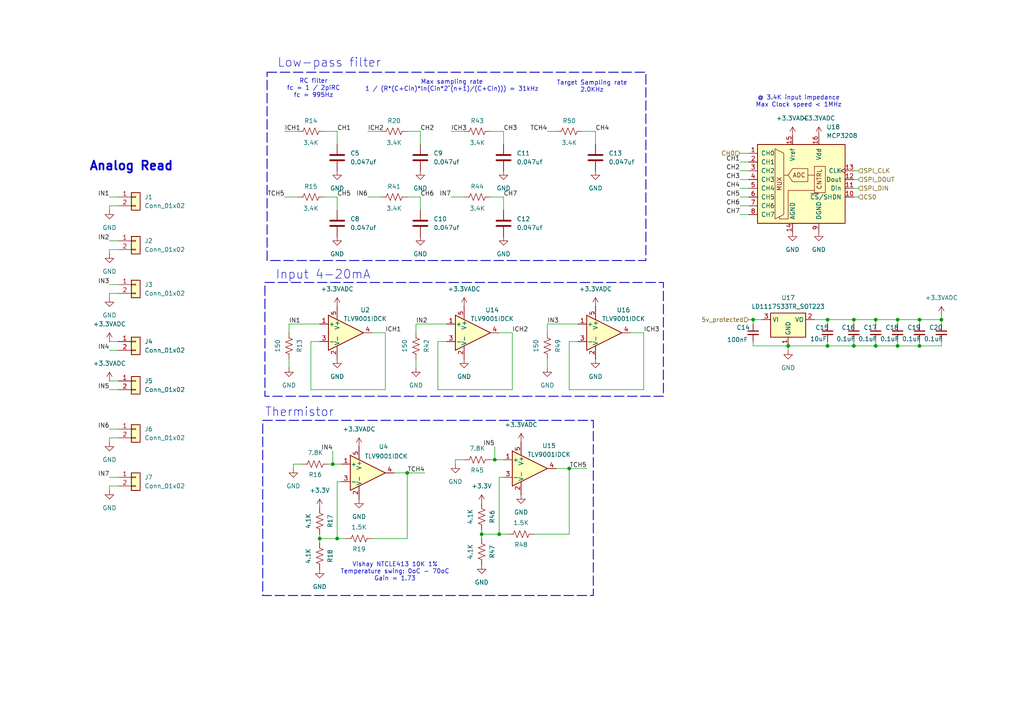
<source format=kicad_sch>
(kicad_sch (version 20231120) (generator "eeschema") (generator_version "8.0")
  (paper "A4")
  (title_block (title "BioReactify Master") (rev "400") (comment 1 "Controller & Measurement Board") (comment 2 "Alexis Saldivar"))
  (lib_symbols
    (symbol "Amplifier_Operational:TLV9001IDCK" (pin_names (offset 0.127))
      (property "Reference" "U" (at 7.62 2.54 0))
      (property "Value" "TLV9001IDCK" (at 11.43 -2.54 0))
      (symbol "TLV9001IDCK_0_1"
        (polyline (pts (xy -2.54 5.08) (xy -2.54 -5.08) (xy 7.62 0) (xy -2.54 5.08)) (stroke (width 0.254)) (fill (type background)))
      )
      (symbol "TLV9001IDCK_1_1"
        (pin input line (at -5.08 2.54 0) (length 2.54) (name "+") (number "1"))
        (pin power_in line (at 0 -7.62 90) (length 3.81) (name "V-") (number "2"))
        (pin input line (at -5.08 -2.54 0) (length 2.54) (name "-") (number "3"))
        (pin output line (at 10.16 0 180) (length 2.54) (name "~") (number "4"))
        (pin power_in line (at 0 7.62 270) (length 3.81) (name "V+") (number "5"))
      )
    )
    (symbol "Analog_ADC:MCP3208" (pin_names (offset 1.016))
      (property "Reference" "U" (at -5.08 13.335 0))
      (property "Value" "MCP3208" (at -5.08 11.43 0))
      (symbol "MCP3208_0_0"
        (text "ADC" (at -0.635 1.27 0) (effects (font (size 1.27 1.27))))
        (text "CNTRL" (at 5.969 -2.921 900) (effects (font (size 1.27 1.27)) (justify left bottom)))
        (text "MUX" (at -6.35 -1.27 900) (effects (font (size 1.27 1.27))))
      )
      (symbol "MCP3208_0_1"
        (polyline (pts (xy -3.81 1.27) (xy -5.08 1.27)))
        (polyline (pts (xy 1.905 1.27) (xy 3.81 1.27)))
        (polyline (pts (xy -7.62 8.89) (xy -7.62 -11.43) (xy -5.08 -10.16) (xy -5.08 7.62) (xy -7.62 8.89)))
        (polyline (pts (xy 3.81 -3.175) (xy -3.81 -3.175) (xy -3.81 -11.43) (xy -6.35 -11.43) (xy -6.35 -10.795)))
        (polyline (pts (xy 1.905 3.175) (xy 1.905 -0.635) (xy -2.54 -0.635) (xy -3.81 1.27) (xy -2.54 3.175) (xy 1.905 3.175)))
        (rectangle (start 3.81 -3.81) (end 6.985 3.81))
        (rectangle (start 12.7 -12.7) (end -12.7 10.16) (stroke (width 0.254)) (fill (type background)))
      )
      (symbol "MCP3208_1_1"
        (pin input line (at -15.24 7.62 0) (length 2.54) (name "CH0") (number "1"))
        (pin input line (at 15.24 -5.08 180) (length 2.54) (name "~{CS}/SHDN") (number "10"))
        (pin input line (at 15.24 -2.54 180) (length 2.54) (name "Din") (number "11"))
        (pin output line (at 15.24 0 180) (length 2.54) (name "Dout") (number "12"))
        (pin input clock (at 15.24 2.54 180) (length 2.54) (name "CLK") (number "13"))
        (pin power_in line (at -2.54 -15.24 90) (length 2.54) (name "AGND") (number "14"))
        (pin power_in line (at -2.54 12.7 270) (length 2.54) (name "Vref") (number "15"))
        (pin power_in line (at 5.08 12.7 270) (length 2.54) (name "Vdd") (number "16"))
        (pin input line (at -15.24 5.08 0) (length 2.54) (name "CH1") (number "2"))
        (pin input line (at -15.24 2.54 0) (length 2.54) (name "CH2") (number "3"))
        (pin input line (at -15.24 0 0) (length 2.54) (name "CH3") (number "4"))
        (pin input line (at -15.24 -2.54 0) (length 2.54) (name "CH4") (number "5"))
        (pin input line (at -15.24 -5.08 0) (length 2.54) (name "CH5") (number "6"))
        (pin input line (at -15.24 -7.62 0) (length 2.54) (name "CH6") (number "7"))
        (pin input line (at -15.24 -10.16 0) (length 2.54) (name "CH7") (number "8"))
        (pin power_in line (at 5.08 -15.24 90) (length 2.54) (name "DGND") (number "9"))
      )
    )
    (symbol "Connector_Generic:Conn_01x02" (pin_names (offset 1.016) hide)
      (property "Reference" "J" (at 0 2.54 0))
      (property "Value" "Conn_01x02" (at 0 -5.08 0))
      (symbol "Conn_01x02_1_1"
        (rectangle (start -1.27 -2.413) (end 0 -2.667) (stroke (width 0.1524)))
        (rectangle (start -1.27 0.127) (end 0 -0.127) (stroke (width 0.1524)))
        (rectangle (start -1.27 1.27) (end 1.27 -3.81) (stroke (width 0.254)) (fill (type background)))
        (pin passive line (at -5.08 0 0) (length 3.81) (name "Pin_1") (number "1"))
        (pin passive line (at -5.08 -2.54 0) (length 3.81) (name "Pin_2") (number "2"))
      )
    )
    (symbol "Device:C" (pin_numbers hide) (pin_names (offset 0.254))
      (property "Reference" "C" (at 0.635 2.54 0))
      (property "Value" "C" (at 0.635 -2.54 0))
      (symbol "C_0_1"
        (polyline (pts (xy -2.032 -0.762) (xy 2.032 -0.762)) (stroke (width 0.508)))
        (polyline (pts (xy -2.032 0.762) (xy 2.032 0.762)) (stroke (width 0.508)))
      )
      (symbol "C_1_1"
        (pin passive line (at 0 3.81 270) (length 2.794) (name "~") (number "1"))
        (pin passive line (at 0 -3.81 90) (length 2.794) (name "~") (number "2"))
      )
    )
    (symbol "Device:C_Small" (pin_numbers hide) (pin_names (offset 0.254) hide)
      (property "Reference" "C" (at 0.254 1.778 0))
      (property "Value" "C_Small" (at 0.254 -2.032 0))
      (symbol "C_Small_0_1"
        (polyline (pts (xy -1.524 -0.508) (xy 1.524 -0.508)) (stroke (width 0.3302)))
        (polyline (pts (xy -1.524 0.508) (xy 1.524 0.508)) (stroke (width 0.3048)))
      )
      (symbol "C_Small_1_1"
        (pin passive line (at 0 2.54 270) (length 2.032) (name "~") (number "1"))
        (pin passive line (at 0 -2.54 90) (length 2.032) (name "~") (number "2"))
      )
    )
    (symbol "Device:R_US" (pin_numbers hide) (pin_names (offset 0))
      (property "Reference" "R" (at 2.54 0 90))
      (property "Value" "R_US" (at -2.54 0 90))
      (symbol "R_US_0_1"
        (polyline (pts (xy 0 -2.286) (xy 0 -2.54)))
        (polyline (pts (xy 0 2.286) (xy 0 2.54)))
        (polyline (pts (xy 0 -0.762) (xy 1.016 -1.143) (xy 0 -1.524) (xy -1.016 -1.905) (xy 0 -2.286)))
        (polyline (pts (xy 0 0.762) (xy 1.016 0.381) (xy 0 0) (xy -1.016 -0.381) (xy 0 -0.762)))
        (polyline (pts (xy 0 2.286) (xy 1.016 1.905) (xy 0 1.524) (xy -1.016 1.143) (xy 0 0.762)))
      )
      (symbol "R_US_1_1"
        (pin passive line (at 0 3.81 270) (length 1.27) (name "~") (number "1"))
        (pin passive line (at 0 -3.81 90) (length 1.27) (name "~") (number "2"))
      )
    )
    (symbol "Regulator_Linear:LD1117S33TR_SOT223"
      (property "Reference" "U" (at -3.81 3.175 0))
      (property "Value" "LD1117S33TR_SOT223" (at 0 3.175 0))
      (symbol "LD1117S33TR_SOT223_0_1"
        (rectangle (start -5.08 -5.08) (end 5.08 1.905) (stroke (width 0.254)) (fill (type background)))
      )
      (symbol "LD1117S33TR_SOT223_1_1"
        (pin power_in line (at 0 -7.62 90) (length 2.54) (name "GND") (number "1"))
        (pin power_out line (at 7.62 0 180) (length 2.54) (name "VO") (number "2"))
        (pin power_in line (at -7.62 0 0) (length 2.54) (name "VI") (number "3"))
      )
    )
    (symbol "power:+3.3V" (power) (pin_numbers hide) (pin_names (offset 0) hide)
      (property "Value" "+3.3V" (at 0 3.556 0))
      (symbol "+3.3V_0_1"
        (polyline (pts (xy -0.762 1.27) (xy 0 2.54)))
        (polyline (pts (xy 0 0) (xy 0 2.54)))
        (polyline (pts (xy 0 2.54) (xy 0.762 1.27)))
      )
      (symbol "+3.3V_1_1"
        (pin power_in line (at 0 0 90) (length 0) (name "~") (number "1"))
      )
    )
    (symbol "power:+3.3VADC" (power) (pin_numbers hide) (pin_names (offset 0) hide)
      (property "Value" "+3.3VADC" (at 0 3.556 0))
      (symbol "+3.3VADC_0_0"
        (pin power_in line (at 0 0 90) (length 0) (name "~") (number "1"))
      )
      (symbol "+3.3VADC_0_1"
        (polyline (pts (xy -0.762 1.27) (xy 0 2.54)))
        (polyline (pts (xy 0 0) (xy 0 2.54)))
        (polyline (pts (xy 0 2.54) (xy 0.762 1.27)))
      )
    )
    (symbol "power:GND" (power) (pin_numbers hide) (pin_names (offset 0) hide)
      (property "Value" "GND" (at 0 -3.81 0))
      (symbol "GND_0_1"
        (polyline (pts (xy 0 0) (xy 0 -1.27) (xy 1.27 -1.27) (xy 0 -2.54) (xy -1.27 -1.27) (xy 0 -1.27)))
      )
      (symbol "GND_1_1"
        (pin power_in line (at 0 0 270) (length 0) (name "~") (number "1"))
      )
    )
  )
  (junction (at 144.78 154.94))
  (junction (at 143.51 133.35))
  (junction (at 266.7 100.33))
  (junction (at 266.7 92.71))
  (junction (at 247.65 100.33))
  (junction (at 260.35 100.33))
  (junction (at 228.6 100.33))
  (junction (at 165.1 135.89))
  (junction (at 92.71 156.21))
  (junction (at 254 100.33))
  (junction (at 139.7 154.94))
  (junction (at 96.52 134.62))
  (junction (at 118.11 137.16))
  (junction (at 218.44 92.71))
  (junction (at 240.03 100.33))
  (junction (at 247.65 92.71))
  (junction (at 273.05 92.71))
  (junction (at 240.03 92.71))
  (junction (at 254 92.71))
  (junction (at 260.35 92.71))
  (junction (at 97.79 156.21))
  (wire (pts (xy 31.75 69.85) (xy 34.29 69.85)))
  (wire (pts (xy 31.75 140.97) (xy 31.75 142.24)))
  (wire (pts (xy 92.71 156.21) (xy 92.71 157.48)))
  (wire (pts (xy 260.35 99.06) (xy 260.35 100.33)))
  (wire (pts (xy 120.65 93.98) (xy 129.54 93.98)))
  (wire (pts (xy 143.51 129.54) (xy 143.51 133.35)))
  (wire (pts (xy 260.35 92.71) (xy 260.35 93.98)))
  (wire (pts (xy 92.71 154.94) (xy 92.71 156.21)))
  (wire (pts (xy 254 100.33) (xy 260.35 100.33)))
  (wire (pts (xy 240.03 100.33) (xy 228.6 100.33)))
  (wire (pts (xy 273.05 99.06) (xy 273.05 100.33)))
  (wire (pts (xy 240.03 92.71) (xy 240.03 93.98)))
  (wire (pts (xy 240.03 99.06) (xy 240.03 100.33)))
  (wire (pts (xy 146.05 38.1) (xy 146.05 41.91)))
  (wire (pts (xy 93.98 57.15) (xy 97.79 57.15)))
  (wire (pts (xy 95.25 134.62) (xy 96.52 134.62)))
  (wire (pts (xy 254 92.71) (xy 254 93.98)))
  (wire (pts (xy 34.29 72.39) (xy 31.75 72.39)))
  (wire (pts (xy 107.95 96.52) (xy 111.76 96.52)))
  (wire (pts (xy 31.75 138.43) (xy 34.29 138.43)))
  (wire (pts (xy 240.03 92.71) (xy 247.65 92.71)))
  (wire (pts (xy 247.65 57.15) (xy 248.92 57.15)))
  (wire (pts (xy 273.05 91.44) (xy 273.05 92.71)))
  (wire (pts (xy 168.91 38.1) (xy 172.72 38.1)))
  (wire (pts (xy 161.29 135.89) (xy 165.1 135.89)))
  (wire (pts (xy 266.7 100.33) (xy 273.05 100.33)))
  (wire (pts (xy 254 99.06) (xy 254 100.33)))
  (wire (pts (xy 34.29 85.09) (xy 31.75 85.09)))
  (wire (pts (xy 97.79 57.15) (xy 97.79 60.96)))
  (wire (pts (xy 90.17 113.03) (xy 90.17 99.06)))
  (wire (pts (xy 31.75 99.06) (xy 34.29 99.06)))
  (wire (pts (xy 165.1 135.89) (xy 165.1 154.94)))
  (wire (pts (xy 214.63 62.23) (xy 217.17 62.23)))
  (wire (pts (xy 34.29 127) (xy 31.75 127)))
  (wire (pts (xy 247.65 92.71) (xy 254 92.71)))
  (wire (pts (xy 118.11 38.1) (xy 121.92 38.1)))
  (wire (pts (xy 214.63 49.53) (xy 217.17 49.53)))
  (wire (pts (xy 83.82 93.98) (xy 83.82 96.52)))
  (wire (pts (xy 127 99.06) (xy 129.54 99.06)))
  (wire (pts (xy 31.75 127) (xy 31.75 128.27)))
  (wire (pts (xy 106.68 57.15) (xy 110.49 57.15)))
  (wire (pts (xy 247.65 49.53) (xy 248.92 49.53)))
  (wire (pts (xy 31.75 124.46) (xy 34.29 124.46)))
  (wire (pts (xy 260.35 100.33) (xy 266.7 100.33)))
  (wire (pts (xy 83.82 104.14) (xy 83.82 106.68)))
  (wire (pts (xy 247.65 100.33) (xy 254 100.33)))
  (wire (pts (xy 247.65 99.06) (xy 247.65 100.33)))
  (wire (pts (xy 139.7 153.67) (xy 139.7 154.94)))
  (wire (pts (xy 34.29 101.6) (xy 31.75 101.6)))
  (wire (pts (xy 165.1 99.06) (xy 167.64 99.06)))
  (wire (pts (xy 31.75 85.09) (xy 31.75 86.36)))
  (wire (pts (xy 142.24 57.15) (xy 146.05 57.15)))
  (wire (pts (xy 97.79 156.21) (xy 97.79 139.7)))
  (wire (pts (xy 214.63 57.15) (xy 217.17 57.15)))
  (wire (pts (xy 127 113.03) (xy 127 99.06)))
  (wire (pts (xy 31.75 59.69) (xy 31.75 60.96)))
  (wire (pts (xy 182.88 96.52) (xy 186.69 96.52)))
  (wire (pts (xy 165.1 113.03) (xy 165.1 99.06)))
  (wire (pts (xy 266.7 92.71) (xy 266.7 93.98)))
  (wire (pts (xy 236.22 92.71) (xy 240.03 92.71)))
  (wire (pts (xy 165.1 135.89) (xy 170.18 135.89)))
  (wire (pts (xy 158.75 38.1) (xy 161.29 38.1)))
  (wire (pts (xy 34.29 113.03) (xy 31.75 113.03)))
  (wire (pts (xy 34.29 140.97) (xy 31.75 140.97)))
  (wire (pts (xy 186.69 96.52) (xy 186.69 113.03)))
  (wire (pts (xy 97.79 139.7) (xy 99.06 139.7)))
  (wire (pts (xy 142.24 133.35) (xy 143.51 133.35)))
  (wire (pts (xy 118.11 137.16) (xy 118.11 156.21)))
  (wire (pts (xy 247.65 54.61) (xy 248.92 54.61)))
  (wire (pts (xy 82.55 38.1) (xy 86.36 38.1)))
  (wire (pts (xy 96.52 134.62) (xy 99.06 134.62)))
  (wire (pts (xy 120.65 93.98) (xy 120.65 96.52)))
  (wire (pts (xy 93.98 38.1) (xy 97.79 38.1)))
  (wire (pts (xy 31.75 57.15) (xy 34.29 57.15)))
  (wire (pts (xy 134.62 133.35) (xy 132.08 133.35)))
  (wire (pts (xy 83.82 93.98) (xy 92.71 93.98)))
  (wire (pts (xy 118.11 156.21) (xy 107.95 156.21)))
  (wire (pts (xy 214.63 52.07) (xy 217.17 52.07)))
  (wire (pts (xy 247.65 92.71) (xy 247.65 93.98)))
  (wire (pts (xy 130.81 38.1) (xy 134.62 38.1)))
  (wire (pts (xy 228.6 100.33) (xy 228.6 101.6)))
  (wire (pts (xy 144.78 154.94) (xy 144.78 138.43)))
  (wire (pts (xy 254 92.71) (xy 260.35 92.71)))
  (wire (pts (xy 130.81 57.15) (xy 134.62 57.15)))
  (wire (pts (xy 114.3 137.16) (xy 118.11 137.16)))
  (wire (pts (xy 143.51 133.35) (xy 146.05 133.35)))
  (wire (pts (xy 121.92 38.1) (xy 121.92 41.91)))
  (wire (pts (xy 97.79 156.21) (xy 92.71 156.21)))
  (wire (pts (xy 100.33 156.21) (xy 97.79 156.21)))
  (wire (pts (xy 214.63 44.45) (xy 217.17 44.45)))
  (wire (pts (xy 148.59 113.03) (xy 127 113.03)))
  (wire (pts (xy 172.72 38.1) (xy 172.72 41.91)))
  (wire (pts (xy 165.1 154.94) (xy 154.94 154.94)))
  (wire (pts (xy 218.44 92.71) (xy 220.98 92.71)))
  (wire (pts (xy 96.52 130.81) (xy 96.52 134.62)))
  (wire (pts (xy 240.03 100.33) (xy 247.65 100.33)))
  (wire (pts (xy 120.65 104.14) (xy 120.65 106.68)))
  (wire (pts (xy 106.68 38.1) (xy 110.49 38.1)))
  (wire (pts (xy 266.7 92.71) (xy 273.05 92.71)))
  (wire (pts (xy 87.63 134.62) (xy 85.09 134.62)))
  (wire (pts (xy 247.65 52.07) (xy 248.92 52.07)))
  (wire (pts (xy 97.79 38.1) (xy 97.79 41.91)))
  (wire (pts (xy 31.75 72.39) (xy 31.75 73.66)))
  (wire (pts (xy 146.05 57.15) (xy 146.05 60.96)))
  (wire (pts (xy 132.08 133.35) (xy 132.08 134.62)))
  (wire (pts (xy 139.7 154.94) (xy 139.7 156.21)))
  (wire (pts (xy 111.76 113.03) (xy 90.17 113.03)))
  (wire (pts (xy 31.75 110.49) (xy 34.29 110.49)))
  (wire (pts (xy 142.24 38.1) (xy 146.05 38.1)))
  (wire (pts (xy 186.69 113.03) (xy 165.1 113.03)))
  (wire (pts (xy 31.75 82.55) (xy 34.29 82.55)))
  (wire (pts (xy 218.44 92.71) (xy 218.44 93.98)))
  (wire (pts (xy 260.35 92.71) (xy 266.7 92.71)))
  (wire (pts (xy 90.17 99.06) (xy 92.71 99.06)))
  (wire (pts (xy 111.76 96.52) (xy 111.76 113.03)))
  (wire (pts (xy 85.09 134.62) (xy 85.09 135.89)))
  (wire (pts (xy 144.78 96.52) (xy 148.59 96.52)))
  (wire (pts (xy 148.59 96.52) (xy 148.59 113.03)))
  (wire (pts (xy 121.92 57.15) (xy 121.92 60.96)))
  (wire (pts (xy 214.63 54.61) (xy 217.17 54.61)))
  (wire (pts (xy 217.17 92.71) (xy 218.44 92.71)))
  (wire (pts (xy 34.29 59.69) (xy 31.75 59.69)))
  (wire (pts (xy 158.75 93.98) (xy 167.64 93.98)))
  (wire (pts (xy 218.44 99.06) (xy 218.44 100.33)))
  (wire (pts (xy 158.75 104.14) (xy 158.75 106.68)))
  (wire (pts (xy 82.55 57.15) (xy 86.36 57.15)))
  (wire (pts (xy 214.63 46.99) (xy 217.17 46.99)))
  (wire (pts (xy 144.78 138.43) (xy 146.05 138.43)))
  (wire (pts (xy 158.75 93.98) (xy 158.75 96.52)))
  (wire (pts (xy 144.78 154.94) (xy 139.7 154.94)))
  (wire (pts (xy 273.05 92.71) (xy 273.05 93.98)))
  (wire (pts (xy 218.44 100.33) (xy 228.6 100.33)))
  (wire (pts (xy 214.63 59.69) (xy 217.17 59.69)))
  (wire (pts (xy 147.32 154.94) (xy 144.78 154.94)))
  (wire (pts (xy 266.7 99.06) (xy 266.7 100.33)))
  (wire (pts (xy 118.11 137.16) (xy 123.19 137.16)))
  (wire (pts (xy 118.11 57.15) (xy 121.92 57.15)))
  (rectangle (start 77.47 20.955) (end 187.325 75.565) (stroke (width 0.254) (type dash)))
  (rectangle (start 76.835 81.915) (end 192.405 114.935) (stroke (width 0.254) (type dash)))
  (rectangle (start 193.04 91.44) (end 193.04 91.44))
  (rectangle (start 76.2 121.92) (end 172.085 172.72) (stroke (width 0.254) (type dash)))
  (text "Target Sampling rate\n2.0KHz\n" (at 171.704 25.146 0) (effects (font (size 1.27 1.27))))
  (text "RC filter\nfc = 1 / 2piRC\nfc = 995Hz" (at 90.932 25.654 0) (effects (font (size 1.27 1.27))))
  (text "Low-pass filter" (at 95.504 18.288 0) (effects (font (size 2.54 2.54))))
  (text "Input 4-20mA\n" (at 93.726 79.756 0) (effects (font (size 2.54 2.54))))
  (text "Max sampling rate\n1 / (R*(C+Cin)*ln(Cin*2^(n+1)/(C+Cin))) = 31kHz" (at 131.064 24.892 0) (effects (font (size 1.27 1.27))))
  (text "Vishay NTCLE413 10K 1%\nTemperature swing: 0oC - 70oC\nGain = 1.73" (at 114.554 165.862 0) (effects (font (size 1.27 1.27))))
  (text "Thermistor" (at 86.868 119.634 0) (effects (font (size 2.54 2.54))))
  (text "@ 3.4K input impedance\nMax Clock speed < 1MHz\n" (at 231.648 29.464 0) (effects (font (size 1.27 1.27))))
  (text "Analog Read" (at 38.1 48.26 0) (effects (font (size 2.54 2.54) (thickness 0.508) (bold yes))))
  (label "IN3" (at 31.75 82.55 180))
  (label "CH3" (at 214.63 52.07 180))
  (label "CH4" (at 172.72 38.1 0))
  (label "CH4" (at 214.63 54.61 180))
  (label "CH7" (at 146.05 57.15 0))
  (label "IN5" (at 143.51 129.54 180))
  (label "ICH2" (at 148.59 96.52 0))
  (label "CH5" (at 214.63 57.15 180))
  (label "CH3" (at 146.05 38.1 0))
  (label "IN3" (at 158.75 93.98 0))
  (label "IN4" (at 96.52 130.81 180))
  (label "CH6" (at 121.92 57.15 0))
  (label "CH1" (at 214.63 46.99 180))
  (label "ICH3" (at 130.81 38.1 0))
  (label "CH6" (at 214.63 59.69 180))
  (label "TCH4" (at 158.75 38.1 180))
  (label "IN6" (at 31.75 124.46 180))
  (label "TCH5" (at 170.18 135.89 180))
  (label "IN1" (at 83.82 93.98 0))
  (label "IN5" (at 31.75 113.03 180))
  (label "ICH3" (at 186.69 96.52 0))
  (label "CH5" (at 97.79 57.15 0))
  (label "IN7" (at 31.75 138.43 180))
  (label "IN7" (at 130.81 57.15 180))
  (label "CH2" (at 214.63 49.53 180))
  (label "TCH5" (at 82.55 57.15 180))
  (label "CH1" (at 97.79 38.1 0))
  (label "IN2" (at 120.65 93.98 0))
  (label "CH7" (at 214.63 62.23 180))
  (label "IN4" (at 31.75 101.6 180))
  (label "ICH2" (at 106.68 38.1 0))
  (label "IN1" (at 31.75 57.15 180))
  (label "ICH1" (at 82.55 38.1 0))
  (label "IN6" (at 106.68 57.15 180))
  (label "CH2" (at 121.92 38.1 0))
  (label "IN2" (at 31.75 69.85 180))
  (label "ICH1" (at 111.76 96.52 0))
  (label "TCH4" (at 123.19 137.16 180))
  (hierarchical_label "SPI_CLK" (shape input) (at 248.92 49.53 0))
  (hierarchical_label "CH0" (shape input) (at 214.63 44.45 180))
  (hierarchical_label "CS0" (shape input) (at 248.92 57.15 0))
  (hierarchical_label "SPI_DIN" (shape input) (at 248.92 54.61 0))
  (hierarchical_label "SPI_DOUT" (shape input) (at 248.92 52.07 0))
  (hierarchical_label "5v_protected" (shape input) (at 217.17 92.71 180))
  (symbol (lib_id "Device:C") (at 146.05 64.77 0) (unit 1)
    (property "Reference" "C12" (at 149.86 63.4999 0) (effects (justify left)))
    (property "Value" "0.047uf" (at 149.86 66.0399 0) (effects (justify left)))
    (property "Footprint" "Capacitor_SMD:C_0603_1608Metric" (effects (hide yes)))
    (property "Description" "Unpolarized capacitor" (effects (hide yes)))
  )
  (symbol (lib_id "Device:R_US") (at 120.65 100.33 180) (unit 1)
    (property "Reference" "R42" (at 123.698 100.33 90))
    (property "Value" "150" (at 117.348 100.33 90))
    (property "Footprint" "Resistor_SMD:R_0603_1608Metric_Pad0.98x0.95mm_HandSolder" (effects (hide yes)))
    (property "Description" "Resistor, US symbol" (effects (hide yes)))
  )
  (symbol (lib_id "Amplifier_Operational:TLV9001IDCK") (at 97.79 96.52 0) (unit 1)
    (property "Reference" "U2" (at 105.918 89.916 0))
    (property "Value" "TLV9001IDCK" (at 105.918 92.456 0))
    (property "Footprint" "Package_TO_SOT_SMD:SOT-353_SC-70-5" (effects (hide yes)))
    (property "Datasheet" "https://www.ti.com/lit/ds/symlink/tlv9001.pdf" (effects (hide yes)))
    (property "Description" "Low-power, Rail-to-Rail, 1MHz Operational Amplifier, SOT-353" (effects (hide yes)))
  )
  (symbol (lib_id "power:+3.3VADC") (at 134.62 88.9 0) (unit 1)
    (property "Reference" "#PWR067" (effects (hide yes)))
    (property "Value" "+3.3VADC" (at 134.62 83.82 0))
    (property "Description" "Power symbol creates a global label with name \"+3.3VADC\"" (effects (hide yes)))
  )
  (symbol (lib_id "Device:R_US") (at 90.17 57.15 270) (unit 1)
    (property "Reference" "R15" (at 90.17 54.102 90))
    (property "Value" "3.4K" (at 90.17 60.452 90))
    (property "Footprint" "Resistor_SMD:R_0603_1608Metric_Pad0.98x0.95mm_HandSolder" (effects (hide yes)))
    (property "Description" "Resistor, US symbol" (effects (hide yes)))
  )
  (symbol (lib_id "Device:C") (at 121.92 45.72 0) (unit 1)
    (property "Reference" "C9" (at 125.73 44.4499 0) (effects (justify left)))
    (property "Value" "0.047uf" (at 125.73 46.9899 0) (effects (justify left)))
    (property "Footprint" "Capacitor_SMD:C_0603_1608Metric" (effects (hide yes)))
    (property "Description" "Unpolarized capacitor" (effects (hide yes)))
  )
  (symbol (lib_id "power:GND") (at 104.14 144.78 0) (unit 1)
    (property "Reference" "#PWR056" (effects (hide yes)))
    (property "Value" "GND" (at 104.14 149.86 0))
    (property "Description" "Power symbol creates a global label with name \"GND\" , ground" (effects (hide yes)))
  )
  (symbol (lib_id "Connector_Generic:Conn_01x02") (at 39.37 57.15 0) (unit 1)
    (property "Reference" "J1" (at 41.91 57.1499 0) (effects (justify left)))
    (property "Value" "Conn_01x02" (at 41.91 59.6899 0) (effects (justify left)))
    (property "Footprint" "Connector_Phoenix_MC:PhoenixContact_MC_1,5_2-G-3.81_1x02_P3.81mm_Horizontal" (effects (hide yes)))
    (property "Description" "Generic connector, single row, 01x02, script generated (kicad-library-utils/schlib/autogen/connector/)" (effects (hide yes)))
  )
  (symbol (lib_id "Connector_Generic:Conn_01x02") (at 39.37 110.49 0) (unit 1)
    (property "Reference" "J5" (at 41.91 110.4899 0) (effects (justify left)))
    (property "Value" "Conn_01x02" (at 41.91 113.0299 0) (effects (justify left)))
    (property "Footprint" "Connector_Phoenix_MC:PhoenixContact_MC_1,5_2-G-3.81_1x02_P3.81mm_Horizontal" (effects (hide yes)))
    (property "Description" "Generic connector, single row, 01x02, script generated (kicad-library-utils/schlib/autogen/connector/)" (effects (hide yes)))
  )
  (symbol (lib_id "power:+3.3VADC") (at 31.75 99.06 0) (unit 1)
    (property "Reference" "#PWR022" (effects (hide yes)))
    (property "Value" "+3.3VADC" (at 31.75 93.98 0))
    (property "Description" "Power symbol creates a global label with name \"+3.3VADC\"" (effects (hide yes)))
  )
  (symbol (lib_id "power:GND") (at 146.05 68.58 0) (unit 1)
    (property "Reference" "#PWR089" (effects (hide yes)))
    (property "Value" "GND" (at 146.05 73.66 0))
    (property "Description" "Power symbol creates a global label with name \"GND\" , ground" (effects (hide yes)))
  )
  (symbol (lib_id "Device:R_US") (at 138.43 57.15 270) (unit 1)
    (property "Reference" "R44" (at 138.43 54.102 90))
    (property "Value" "3.4K" (at 138.43 60.452 90))
    (property "Footprint" "Resistor_SMD:R_0603_1608Metric_Pad0.98x0.95mm_HandSolder" (effects (hide yes)))
    (property "Description" "Resistor, US symbol" (effects (hide yes)))
  )
  (symbol (lib_id "power:GND") (at 31.75 142.24 0) (unit 1)
    (property "Reference" "#PWR025" (effects (hide yes)))
    (property "Value" "GND" (at 31.75 147.32 0))
    (property "Description" "Power symbol creates a global label with name \"GND\" , ground" (effects (hide yes)))
  )
  (symbol (lib_id "power:+3.3VADC") (at 97.79 88.9 0) (unit 1)
    (property "Reference" "#PWR053" (effects (hide yes)))
    (property "Value" "+3.3VADC" (at 97.79 83.82 0))
    (property "Description" "Power symbol creates a global label with name \"+3.3VADC\"" (effects (hide yes)))
  )
  (symbol (lib_id "Device:R_US") (at 138.43 133.35 90) (unit 1)
    (property "Reference" "R45" (at 138.43 136.398 90))
    (property "Value" "7.8K" (at 138.43 130.048 90))
    (property "Footprint" "Resistor_SMD:R_0603_1608Metric_Pad0.98x0.95mm_HandSolder" (effects (hide yes)))
    (property "Description" "Resistor, US symbol" (effects (hide yes)))
  )
  (symbol (lib_id "Device:R_US") (at 139.7 149.86 180) (unit 1)
    (property "Reference" "R46" (at 142.748 149.86 90))
    (property "Value" "4.1K" (at 136.398 149.86 90))
    (property "Footprint" "Resistor_SMD:R_0603_1608Metric_Pad0.98x0.95mm_HandSolder" (effects (hide yes)))
    (property "Description" "Resistor, US symbol" (effects (hide yes)))
  )
  (symbol (lib_id "Amplifier_Operational:TLV9001IDCK") (at 134.62 96.52 0) (unit 1)
    (property "Reference" "U14" (at 142.748 89.916 0))
    (property "Value" "TLV9001IDCK" (at 142.748 92.456 0))
    (property "Footprint" "Package_TO_SOT_SMD:SOT-353_SC-70-5" (effects (hide yes)))
    (property "Datasheet" "https://www.ti.com/lit/ds/symlink/tlv9001.pdf" (effects (hide yes)))
    (property "Description" "Low-power, Rail-to-Rail, 1MHz Operational Amplifier, SOT-353" (effects (hide yes)))
  )
  (symbol (lib_id "Device:C") (at 121.92 64.77 0) (unit 1)
    (property "Reference" "C10" (at 125.73 63.4999 0) (effects (justify left)))
    (property "Value" "0.047uf" (at 125.73 66.0399 0) (effects (justify left)))
    (property "Footprint" "Capacitor_SMD:C_0603_1608Metric" (effects (hide yes)))
    (property "Description" "Unpolarized capacitor" (effects (hide yes)))
  )
  (symbol (lib_id "Analog_ADC:MCP3208") (at 232.41 52.07 0) (unit 1)
    (property "Reference" "U18" (at 239.6841 36.83 0) (effects (justify left)))
    (property "Value" "MCP3208" (at 239.6841 39.37 0) (effects (justify left)))
    (property "Footprint" "Package_DIP:DIP-16_W7.62mm_Socket" (effects (hide yes)))
    (property "Datasheet" "http://ww1.microchip.com/downloads/en/DeviceDoc/21298c.pdf" (effects (hide yes)))
    (property "Description" "A/D Converter, 12-Bit, 8-Channel, SPI Interface , 2.7V-5.5V" (effects (hide yes)))
  )
  (symbol (lib_id "Device:R_US") (at 114.3 57.15 270) (unit 1)
    (property "Reference" "R41" (at 114.3 54.102 90))
    (property "Value" "3.4K" (at 114.3 60.452 90))
    (property "Footprint" "Resistor_SMD:R_0603_1608Metric_Pad0.98x0.95mm_HandSolder" (effects (hide yes)))
    (property "Description" "Resistor, US symbol" (effects (hide yes)))
  )
  (symbol (lib_id "Connector_Generic:Conn_01x02") (at 39.37 99.06 0) (unit 1)
    (property "Reference" "J4" (at 41.91 99.0599 0) (effects (justify left)))
    (property "Value" "Conn_01x02" (at 41.91 101.5999 0) (effects (justify left)))
    (property "Footprint" "Connector_Phoenix_MC:PhoenixContact_MC_1,5_2-G-3.81_1x02_P3.81mm_Horizontal" (effects (hide yes)))
    (property "Description" "Generic connector, single row, 01x02, script generated (kicad-library-utils/schlib/autogen/connector/)" (effects (hide yes)))
  )
  (symbol (lib_id "Amplifier_Operational:TLV9001IDCK") (at 172.72 96.52 0) (unit 1)
    (property "Reference" "U16" (at 180.848 89.916 0))
    (property "Value" "TLV9001IDCK" (at 180.848 92.456 0))
    (property "Footprint" "Package_TO_SOT_SMD:SOT-353_SC-70-5" (effects (hide yes)))
    (property "Datasheet" "https://www.ti.com/lit/ds/symlink/tlv9001.pdf" (effects (hide yes)))
    (property "Description" "Low-power, Rail-to-Rail, 1MHz Operational Amplifier, SOT-353" (effects (hide yes)))
  )
  (symbol (lib_id "Device:C_Small") (at 240.03 96.52 0) (unit 1)
    (property "Reference" "C15" (at 236.474 94.996 0) (effects (justify left)))
    (property "Value" "10uF" (at 234.95 98.298 0) (effects (justify left)))
    (property "Footprint" "Capacitor_SMD:C_0805_2012Metric" (effects (hide yes)))
    (property "Description" "Unpolarized capacitor, small symbol" (effects (hide yes)))
  )
  (symbol (lib_id "power:GND") (at 172.72 104.14 0) (unit 1)
    (property "Reference" "#PWR095" (effects (hide yes)))
    (property "Value" "GND" (at 172.72 109.22 0))
    (property "Description" "Power symbol creates a global label with name \"GND\" , ground" (effects (hide yes)))
  )
  (symbol (lib_id "Device:R_US") (at 90.17 38.1 270) (unit 1)
    (property "Reference" "R14" (at 90.17 35.052 90))
    (property "Value" "3.4K" (at 90.17 41.402 90))
    (property "Footprint" "Resistor_SMD:R_0603_1608Metric_Pad0.98x0.95mm_HandSolder" (effects (hide yes)))
    (property "Description" "Resistor, US symbol" (effects (hide yes)))
  )
  (symbol (lib_id "power:GND") (at 151.13 143.51 0) (unit 1)
    (property "Reference" "#PWR091" (effects (hide yes)))
    (property "Value" "GND" (at 151.13 148.59 0))
    (property "Description" "Power symbol creates a global label with name \"GND\" , ground" (effects (hide yes)))
  )
  (symbol (lib_id "Device:C") (at 97.79 45.72 0) (unit 1)
    (property "Reference" "C5" (at 101.6 44.4499 0) (effects (justify left)))
    (property "Value" "0.047uf" (at 101.6 46.9899 0) (effects (justify left)))
    (property "Footprint" "Capacitor_SMD:C_0603_1608Metric" (effects (hide yes)))
    (property "Description" "Unpolarized capacitor" (effects (hide yes)))
  )
  (symbol (lib_id "power:GND") (at 121.92 49.53 0) (unit 1)
    (property "Reference" "#PWR058" (effects (hide yes)))
    (property "Value" "GND" (at 121.92 54.61 0))
    (property "Description" "Power symbol creates a global label with name \"GND\" , ground" (effects (hide yes)))
  )
  (symbol (lib_id "power:+3.3VADC") (at 104.14 129.54 0) (unit 1)
    (property "Reference" "#PWR055" (effects (hide yes)))
    (property "Value" "+3.3VADC" (at 104.14 124.46 0))
    (property "Description" "Power symbol creates a global label with name \"+3.3VADC\"" (effects (hide yes)))
  )
  (symbol (lib_id "power:+3.3V") (at 139.7 146.05 0) (unit 1)
    (property "Reference" "#PWR086" (effects (hide yes)))
    (property "Value" "+3.3V" (at 139.7 140.97 0))
    (property "Description" "Power symbol creates a global label with name \"+3.3V\"" (effects (hide yes)))
  )
  (symbol (lib_id "Amplifier_Operational:TLV9001IDCK") (at 104.14 137.16 0) (unit 1)
    (property "Reference" "U4" (at 111.252 129.54 0))
    (property "Value" "TLV9001IDCK" (at 112.014 132.334 0))
    (property "Footprint" "Package_TO_SOT_SMD:SOT-353_SC-70-5" (effects (hide yes)))
    (property "Datasheet" "https://www.ti.com/lit/ds/symlink/tlv9001.pdf" (effects (hide yes)))
    (property "Description" "Low-power, Rail-to-Rail, 1MHz Operational Amplifier, SOT-353" (effects (hide yes)))
  )
  (symbol (lib_id "power:GND") (at 132.08 134.62 0) (unit 1)
    (property "Reference" "#PWR066" (effects (hide yes)))
    (property "Value" "GND" (at 132.08 139.7 0))
    (property "Description" "Power symbol creates a global label with name \"GND\" , ground" (effects (hide yes)))
  )
  (symbol (lib_id "power:+3.3VADC") (at 229.87 39.37 0) (unit 1)
    (property "Reference" "#PWR097" (effects (hide yes)))
    (property "Value" "+3.3VADC" (at 229.87 34.29 0))
    (property "Description" "Power symbol creates a global label with name \"+3.3VADC\"" (effects (hide yes)))
  )
  (symbol (lib_id "Device:C") (at 172.72 45.72 0) (unit 1)
    (property "Reference" "C13" (at 176.53 44.4499 0) (effects (justify left)))
    (property "Value" "0.047uf" (at 176.53 46.9899 0) (effects (justify left)))
    (property "Footprint" "Capacitor_SMD:C_0603_1608Metric" (effects (hide yes)))
    (property "Description" "Unpolarized capacitor" (effects (hide yes)))
  )
  (symbol (lib_id "Device:R_US") (at 91.44 134.62 90) (unit 1)
    (property "Reference" "R16" (at 91.44 137.668 90))
    (property "Value" "7.8K" (at 91.44 131.318 90))
    (property "Footprint" "Resistor_SMD:R_0603_1608Metric_Pad0.98x0.95mm_HandSolder" (effects (hide yes)))
    (property "Description" "Resistor, US symbol" (effects (hide yes)))
  )
  (symbol (lib_id "power:GND") (at 134.62 104.14 0) (unit 1)
    (property "Reference" "#PWR085" (effects (hide yes)))
    (property "Value" "GND" (at 134.62 109.22 0))
    (property "Description" "Power symbol creates a global label with name \"GND\" , ground" (effects (hide yes)))
  )
  (symbol (lib_id "power:GND") (at 121.92 68.58 0) (unit 1)
    (property "Reference" "#PWR059" (effects (hide yes)))
    (property "Value" "GND" (at 121.92 73.66 0))
    (property "Description" "Power symbol creates a global label with name \"GND\" , ground" (effects (hide yes)))
  )
  (symbol (lib_id "Device:C_Small") (at 254 96.52 0) (unit 1)
    (property "Reference" "C17" (at 250.444 94.996 0) (effects (justify left)))
    (property "Value" "0.1uF" (at 248.92 98.298 0) (effects (justify left)))
    (property "Footprint" "Capacitor_SMD:C_0603_1608Metric_Pad1.08x0.95mm_HandSolder" (effects (hide yes)))
    (property "Description" "Unpolarized capacitor, small symbol" (effects (hide yes)))
  )
  (symbol (lib_id "power:GND") (at 83.82 106.68 0) (unit 1)
    (property "Reference" "#PWR026" (effects (hide yes)))
    (property "Value" "GND" (at 83.82 111.76 0))
    (property "Description" "Power symbol creates a global label with name \"GND\" , ground" (effects (hide yes)))
  )
  (symbol (lib_id "Device:C") (at 97.79 64.77 0) (unit 1)
    (property "Reference" "C8" (at 101.6 63.4999 0) (effects (justify left)))
    (property "Value" "0.047uf" (at 101.6 66.0399 0) (effects (justify left)))
    (property "Footprint" "Capacitor_SMD:C_0603_1608Metric" (effects (hide yes)))
    (property "Description" "Unpolarized capacitor" (effects (hide yes)))
  )
  (symbol (lib_id "power:GND") (at 97.79 49.53 0) (unit 1)
    (property "Reference" "#PWR030" (effects (hide yes)))
    (property "Value" "GND" (at 97.79 54.61 0))
    (property "Description" "Power symbol creates a global label with name \"GND\" , ground" (effects (hide yes)))
  )
  (symbol (lib_id "power:+3.3VADC") (at 151.13 128.27 0) (unit 1)
    (property "Reference" "#PWR090" (effects (hide yes)))
    (property "Value" "+3.3VADC" (at 151.13 123.19 0))
    (property "Description" "Power symbol creates a global label with name \"+3.3VADC\"" (effects (hide yes)))
  )
  (symbol (lib_id "power:+3.3V") (at 92.71 147.32 0) (unit 1)
    (property "Reference" "#PWR028" (effects (hide yes)))
    (property "Value" "+3.3V" (at 92.71 142.24 0))
    (property "Description" "Power symbol creates a global label with name \"+3.3V\"" (effects (hide yes)))
  )
  (symbol (lib_id "Regulator_Linear:LD1117S33TR_SOT223") (at 228.6 92.71 0) (unit 1)
    (property "Reference" "U17" (at 228.6 86.36 0))
    (property "Value" "LD1117S33TR_SOT223" (at 228.6 88.9 0))
    (property "Footprint" "Package_TO_SOT_SMD:SOT-223-3_TabPin2" (effects (hide yes)))
    (property "Datasheet" "http://www.st.com/st-web-ui/static/active/en/resource/technical/document/datasheet/CD00000544.pdf" (effects (hide yes)))
    (property "Description" "800mA Fixed Low Drop Positive Voltage Regulator, Fixed Output 3.3V, SOT-223" (effects (hide yes)))
  )
  (symbol (lib_id "power:+3.3VADC") (at 273.05 91.44 0) (unit 1)
    (property "Reference" "#PWR0101" (effects (hide yes)))
    (property "Value" "+3.3VADC" (at 273.05 86.36 0))
    (property "Description" "Power symbol creates a global label with name \"+3.3VADC\"" (effects (hide yes)))
  )
  (symbol (lib_id "Device:C_Small") (at 218.44 96.52 0) (unit 1)
    (property "Reference" "C14" (at 213.614 94.996 0) (effects (justify left)))
    (property "Value" "100nF" (at 210.82 98.552 0) (effects (justify left)))
    (property "Footprint" "Capacitor_SMD:C_0805_2012Metric" (effects (hide yes)))
    (property "Description" "Unpolarized capacitor, small symbol" (effects (hide yes)))
  )
  (symbol (lib_id "Device:R_US") (at 138.43 38.1 270) (unit 1)
    (property "Reference" "R43" (at 138.43 35.052 90))
    (property "Value" "3.4K" (at 138.43 41.402 90))
    (property "Footprint" "Resistor_SMD:R_0603_1608Metric_Pad0.98x0.95mm_HandSolder" (effects (hide yes)))
    (property "Description" "Resistor, US symbol" (effects (hide yes)))
  )
  (symbol (lib_id "power:GND") (at 229.87 67.31 0) (unit 1)
    (property "Reference" "#PWR098" (effects (hide yes)))
    (property "Value" "GND" (at 229.87 72.39 0))
    (property "Description" "Power symbol creates a global label with name \"GND\" , ground" (effects (hide yes)))
  )
  (symbol (lib_id "power:GND") (at 31.75 128.27 0) (unit 1)
    (property "Reference" "#PWR024" (effects (hide yes)))
    (property "Value" "GND" (at 31.75 133.35 0))
    (property "Description" "Power symbol creates a global label with name \"GND\" , ground" (effects (hide yes)))
  )
  (symbol (lib_id "Connector_Generic:Conn_01x02") (at 39.37 82.55 0) (unit 1)
    (property "Reference" "J3" (at 41.91 82.5499 0) (effects (justify left)))
    (property "Value" "Conn_01x02" (at 41.91 85.0899 0) (effects (justify left)))
    (property "Footprint" "Connector_Phoenix_MC:PhoenixContact_MC_1,5_2-G-3.81_1x02_P3.81mm_Horizontal" (effects (hide yes)))
    (property "Description" "Generic connector, single row, 01x02, script generated (kicad-library-utils/schlib/autogen/connector/)" (effects (hide yes)))
  )
  (symbol (lib_id "power:GND") (at 85.09 135.89 0) (unit 1)
    (property "Reference" "#PWR027" (effects (hide yes)))
    (property "Value" "GND" (at 85.09 140.97 0))
    (property "Description" "Power symbol creates a global label with name \"GND\" , ground" (effects (hide yes)))
  )
  (symbol (lib_id "Device:R_US") (at 92.71 151.13 180) (unit 1)
    (property "Reference" "R17" (at 95.758 151.13 90))
    (property "Value" "4.1K" (at 89.408 151.13 90))
    (property "Footprint" "Resistor_SMD:R_0603_1608Metric_Pad0.98x0.95mm_HandSolder" (effects (hide yes)))
    (property "Description" "Resistor, US symbol" (effects (hide yes)))
  )
  (symbol (lib_id "power:+3.3VADC") (at 237.49 39.37 0) (unit 1)
    (property "Reference" "#PWR099" (effects (hide yes)))
    (property "Value" "+3.3VADC" (at 237.49 34.29 0))
    (property "Description" "Power symbol creates a global label with name \"+3.3VADC\"" (effects (hide yes)))
  )
  (symbol (lib_id "Device:C_Small") (at 273.05 96.52 0) (unit 1)
    (property "Reference" "C20" (at 269.494 94.996 0) (effects (justify left)))
    (property "Value" "0.1uF" (at 267.97 98.298 0) (effects (justify left)))
    (property "Footprint" "Capacitor_SMD:C_0603_1608Metric_Pad1.08x0.95mm_HandSolder" (effects (hide yes)))
    (property "Description" "Unpolarized capacitor, small symbol" (effects (hide yes)))
  )
  (symbol (lib_id "Connector_Generic:Conn_01x02") (at 39.37 124.46 0) (unit 1)
    (property "Reference" "J6" (at 41.91 124.4599 0) (effects (justify left)))
    (property "Value" "Conn_01x02" (at 41.91 126.9999 0) (effects (justify left)))
    (property "Footprint" "Connector_Phoenix_MC:PhoenixContact_MCV_1,5_2-G-3.81_1x02_P3.81mm_Vertical" (effects (hide yes)))
    (property "Description" "Generic connector, single row, 01x02, script generated (kicad-library-utils/schlib/autogen/connector/)" (effects (hide yes)))
  )
  (symbol (lib_id "power:GND") (at 92.71 165.1 0) (unit 1)
    (property "Reference" "#PWR029" (effects (hide yes)))
    (property "Value" "GND" (at 92.71 170.18 0))
    (property "Description" "Power symbol creates a global label with name \"GND\" , ground" (effects (hide yes)))
  )
  (symbol (lib_id "power:GND") (at 31.75 60.96 0) (unit 1)
    (property "Reference" "#PWR019" (effects (hide yes)))
    (property "Value" "GND" (at 31.75 66.04 0))
    (property "Description" "Power symbol creates a global label with name \"GND\" , ground" (effects (hide yes)))
  )
  (symbol (lib_id "power:GND") (at 139.7 163.83 0) (unit 1)
    (property "Reference" "#PWR087" (effects (hide yes)))
    (property "Value" "GND" (at 139.7 168.91 0))
    (property "Description" "Power symbol creates a global label with name \"GND\" , ground" (effects (hide yes)))
  )
  (symbol (lib_id "Device:C") (at 146.05 45.72 0) (unit 1)
    (property "Reference" "C11" (at 149.86 44.4499 0) (effects (justify left)))
    (property "Value" "0.047uf" (at 149.86 46.9899 0) (effects (justify left)))
    (property "Footprint" "Capacitor_SMD:C_0603_1608Metric" (effects (hide yes)))
    (property "Description" "Unpolarized capacitor" (effects (hide yes)))
  )
  (symbol (lib_id "Device:C_Small") (at 260.35 96.52 0) (unit 1)
    (property "Reference" "C18" (at 256.794 94.996 0) (effects (justify left)))
    (property "Value" "0.1uF" (at 255.27 98.298 0) (effects (justify left)))
    (property "Footprint" "Capacitor_SMD:C_0603_1608Metric_Pad1.08x0.95mm_HandSolder" (effects (hide yes)))
    (property "Description" "Unpolarized capacitor, small symbol" (effects (hide yes)))
  )
  (symbol (lib_id "Device:C_Small") (at 247.65 96.52 0) (unit 1)
    (property "Reference" "C16" (at 244.094 94.996 0) (effects (justify left)))
    (property "Value" "0.1uF" (at 242.57 98.298 0) (effects (justify left)))
    (property "Footprint" "Capacitor_SMD:C_0603_1608Metric_Pad1.08x0.95mm_HandSolder" (effects (hide yes)))
    (property "Description" "Unpolarized capacitor, small symbol" (effects (hide yes)))
  )
  (symbol (lib_id "power:GND") (at 237.49 67.31 0) (unit 1)
    (property "Reference" "#PWR0100" (effects (hide yes)))
    (property "Value" "GND" (at 237.49 72.39 0))
    (property "Description" "Power symbol creates a global label with name \"GND\" , ground" (effects (hide yes)))
  )
  (symbol (lib_id "power:GND") (at 172.72 49.53 0) (unit 1)
    (property "Reference" "#PWR093" (effects (hide yes)))
    (property "Value" "GND" (at 172.72 54.61 0))
    (property "Description" "Power symbol creates a global label with name \"GND\" , ground" (effects (hide yes)))
  )
  (symbol (lib_id "Amplifier_Operational:TLV9001IDCK") (at 151.13 135.89 0) (unit 1)
    (property "Reference" "U15" (at 159.258 129.286 0))
    (property "Value" "TLV9001IDCK" (at 159.258 131.826 0))
    (property "Footprint" "Package_TO_SOT_SMD:SOT-353_SC-70-5" (effects (hide yes)))
    (property "Datasheet" "https://www.ti.com/lit/ds/symlink/tlv9001.pdf" (effects (hide yes)))
    (property "Description" "Low-power, Rail-to-Rail, 1MHz Operational Amplifier, SOT-353" (effects (hide yes)))
  )
  (symbol (lib_id "Connector_Generic:Conn_01x02") (at 39.37 69.85 0) (unit 1)
    (property "Reference" "J2" (at 41.91 69.8499 0) (effects (justify left)))
    (property "Value" "Conn_01x02" (at 41.91 72.3899 0) (effects (justify left)))
    (property "Footprint" "Connector_Phoenix_MC:PhoenixContact_MC_1,5_2-G-3.81_1x02_P3.81mm_Horizontal" (effects (hide yes)))
    (property "Description" "Generic connector, single row, 01x02, script generated (kicad-library-utils/schlib/autogen/connector/)" (effects (hide yes)))
  )
  (symbol (lib_id "Device:R_US") (at 104.14 156.21 90) (unit 1)
    (property "Reference" "R19" (at 104.14 159.258 90))
    (property "Value" "1.5K" (at 104.14 152.908 90))
    (property "Footprint" "Resistor_SMD:R_0603_1608Metric_Pad0.98x0.95mm_HandSolder" (effects (hide yes)))
    (property "Description" "Resistor, US symbol" (effects (hide yes)))
  )
  (symbol (lib_id "power:GND") (at 97.79 68.58 0) (unit 1)
    (property "Reference" "#PWR052" (effects (hide yes)))
    (property "Value" "GND" (at 97.79 73.66 0))
    (property "Description" "Power symbol creates a global label with name \"GND\" , ground" (effects (hide yes)))
  )
  (symbol (lib_id "Device:R_US") (at 92.71 161.29 180) (unit 1)
    (property "Reference" "R18" (at 95.758 161.29 90))
    (property "Value" "4.1K" (at 89.408 161.29 90))
    (property "Footprint" "Resistor_SMD:R_0603_1608Metric_Pad0.98x0.95mm_HandSolder" (effects (hide yes)))
    (property "Description" "Resistor, US symbol" (effects (hide yes)))
  )
  (symbol (lib_id "power:GND") (at 228.6 101.6 0) (unit 1)
    (property "Reference" "#PWR096" (effects (hide yes)))
    (property "Value" "GND" (at 228.6 106.68 0))
    (property "Description" "Power symbol creates a global label with name \"GND\" , ground" (effects (hide yes)))
  )
  (symbol (lib_id "Device:R_US") (at 151.13 154.94 90) (unit 1)
    (property "Reference" "R48" (at 151.13 157.988 90))
    (property "Value" "1.5K" (at 151.13 151.638 90))
    (property "Footprint" "Resistor_SMD:R_0603_1608Metric_Pad0.98x0.95mm_HandSolder" (effects (hide yes)))
    (property "Description" "Resistor, US symbol" (effects (hide yes)))
  )
  (symbol (lib_id "Device:R_US") (at 114.3 38.1 270) (unit 1)
    (property "Reference" "R20" (at 114.3 35.052 90))
    (property "Value" "3.4K" (at 114.3 41.402 90))
    (property "Footprint" "Resistor_SMD:R_0603_1608Metric_Pad0.98x0.95mm_HandSolder" (effects (hide yes)))
    (property "Description" "Resistor, US symbol" (effects (hide yes)))
  )
  (symbol (lib_id "power:GND") (at 146.05 49.53 0) (unit 1)
    (property "Reference" "#PWR088" (effects (hide yes)))
    (property "Value" "GND" (at 146.05 54.61 0))
    (property "Description" "Power symbol creates a global label with name \"GND\" , ground" (effects (hide yes)))
  )
  (symbol (lib_id "Connector_Generic:Conn_01x02") (at 39.37 138.43 0) (unit 1)
    (property "Reference" "J7" (at 41.91 138.4299 0) (effects (justify left)))
    (property "Value" "Conn_01x02" (at 41.91 140.9699 0) (effects (justify left)))
    (property "Footprint" "Connector_Phoenix_MC:PhoenixContact_MCV_1,5_2-G-3.81_1x02_P3.81mm_Vertical" (effects (hide yes)))
    (property "Description" "Generic connector, single row, 01x02, script generated (kicad-library-utils/schlib/autogen/connector/)" (effects (hide yes)))
  )
  (symbol (lib_id "power:+3.3VADC") (at 172.72 88.9 0) (unit 1)
    (property "Reference" "#PWR094" (effects (hide yes)))
    (property "Value" "+3.3VADC" (at 172.72 83.82 0))
    (property "Description" "Power symbol creates a global label with name \"+3.3VADC\"" (effects (hide yes)))
  )
  (symbol (lib_id "power:GND") (at 120.65 106.68 0) (unit 1)
    (property "Reference" "#PWR057" (effects (hide yes)))
    (property "Value" "GND" (at 120.65 111.76 0))
    (property "Description" "Power symbol creates a global label with name \"GND\" , ground" (effects (hide yes)))
  )
  (symbol (lib_id "power:GND") (at 31.75 73.66 0) (unit 1)
    (property "Reference" "#PWR020" (effects (hide yes)))
    (property "Value" "GND" (at 31.75 78.74 0))
    (property "Description" "Power symbol creates a global label with name \"GND\" , ground" (effects (hide yes)))
  )
  (symbol (lib_id "power:GND") (at 31.75 86.36 0) (unit 1)
    (property "Reference" "#PWR021" (effects (hide yes)))
    (property "Value" "GND" (at 31.75 91.44 0))
    (property "Description" "Power symbol creates a global label with name \"GND\" , ground" (effects (hide yes)))
  )
  (symbol (lib_id "Device:C_Small") (at 266.7 96.52 0) (unit 1)
    (property "Reference" "C19" (at 263.144 94.996 0) (effects (justify left)))
    (property "Value" "0.1uF" (at 261.62 98.298 0) (effects (justify left)))
    (property "Footprint" "Capacitor_SMD:C_0603_1608Metric_Pad1.08x0.95mm_HandSolder" (effects (hide yes)))
    (property "Description" "Unpolarized capacitor, small symbol" (effects (hide yes)))
  )
  (symbol (lib_id "power:GND") (at 97.79 104.14 0) (unit 1)
    (property "Reference" "#PWR054" (effects (hide yes)))
    (property "Value" "GND" (at 97.79 109.22 0))
    (property "Description" "Power symbol creates a global label with name \"GND\" , ground" (effects (hide yes)))
  )
  (symbol (lib_id "Device:R_US") (at 158.75 100.33 180) (unit 1)
    (property "Reference" "R49" (at 161.798 100.33 90))
    (property "Value" "150" (at 155.448 100.33 90))
    (property "Footprint" "Resistor_SMD:R_0603_1608Metric_Pad0.98x0.95mm_HandSolder" (effects (hide yes)))
    (property "Description" "Resistor, US symbol" (effects (hide yes)))
  )
  (symbol (lib_id "Device:R_US") (at 165.1 38.1 270) (unit 1)
    (property "Reference" "R50" (at 165.1 35.052 90))
    (property "Value" "3.4K" (at 165.1 41.402 90))
    (property "Footprint" "Resistor_SMD:R_0603_1608Metric_Pad0.98x0.95mm_HandSolder" (effects (hide yes)))
    (property "Description" "Resistor, US symbol" (effects (hide yes)))
  )
  (symbol (lib_id "power:GND") (at 158.75 106.68 0) (unit 1)
    (property "Reference" "#PWR092" (effects (hide yes)))
    (property "Value" "GND" (at 158.75 111.76 0))
    (property "Description" "Power symbol creates a global label with name \"GND\" , ground" (effects (hide yes)))
  )
  (symbol (lib_id "power:+3.3VADC") (at 31.75 110.49 0) (unit 1)
    (property "Reference" "#PWR023" (effects (hide yes)))
    (property "Value" "+3.3VADC" (at 31.75 105.41 0))
    (property "Description" "Power symbol creates a global label with name \"+3.3VADC\"" (effects (hide yes)))
  )
  (symbol (lib_id "Device:R_US") (at 83.82 100.33 180) (unit 1)
    (property "Reference" "R13" (at 86.868 100.33 90))
    (property "Value" "150" (at 80.518 100.33 90))
    (property "Footprint" "Resistor_SMD:R_0603_1608Metric_Pad0.98x0.95mm_HandSolder" (effects (hide yes)))
    (property "Description" "Resistor, US symbol" (effects (hide yes)))
  )
  (symbol (lib_id "Device:R_US") (at 139.7 160.02 180) (unit 1)
    (property "Reference" "R47" (at 142.748 160.02 90))
    (property "Value" "4.1K" (at 136.398 160.02 90))
    (property "Footprint" "Resistor_SMD:R_0603_1608Metric_Pad0.98x0.95mm_HandSolder" (effects (hide yes)))
    (property "Description" "Resistor, US symbol" (effects (hide yes)))
  )
)
</source>
